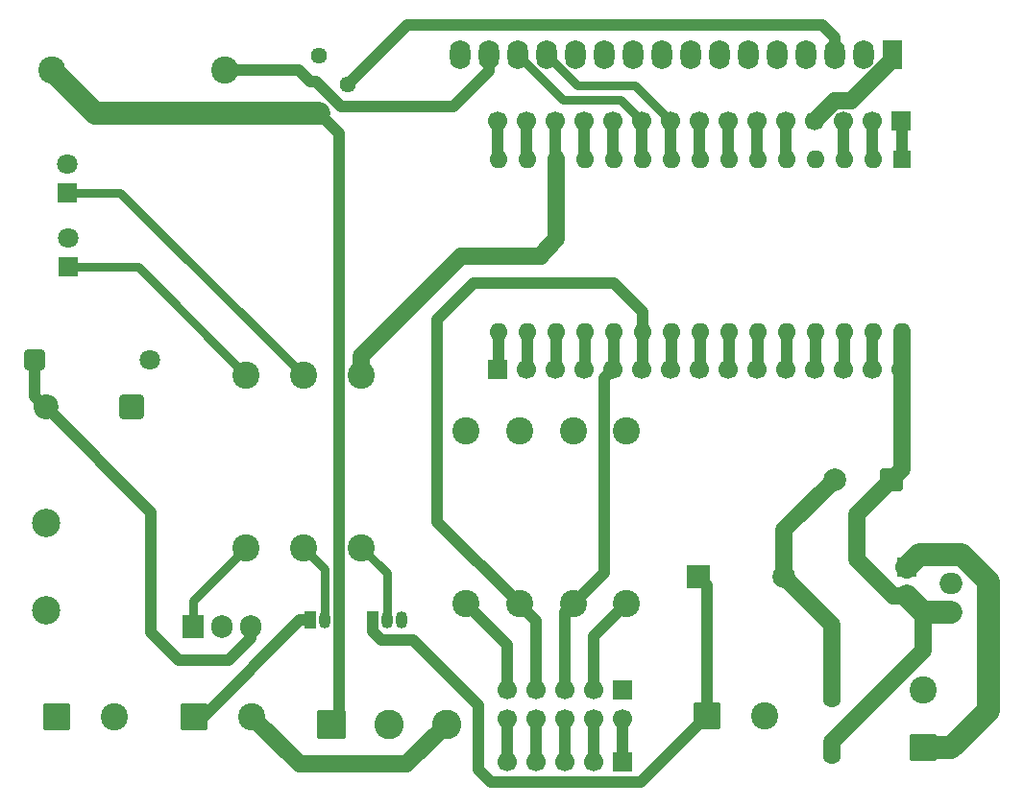
<source format=gbr>
%TF.GenerationSoftware,KiCad,Pcbnew,9.0.5*%
%TF.CreationDate,2025-11-29T23:19:37+05:30*%
%TF.ProjectId,from scrach,66726f6d-2073-4637-9261-63682e6b6963,rev?*%
%TF.SameCoordinates,Original*%
%TF.FileFunction,Copper,L1,Top*%
%TF.FilePolarity,Positive*%
%FSLAX46Y46*%
G04 Gerber Fmt 4.6, Leading zero omitted, Abs format (unit mm)*
G04 Created by KiCad (PCBNEW 9.0.5) date 2025-11-29 23:19:37*
%MOMM*%
%LPD*%
G01*
G04 APERTURE LIST*
G04 Aperture macros list*
%AMRoundRect*
0 Rectangle with rounded corners*
0 $1 Rounding radius*
0 $2 $3 $4 $5 $6 $7 $8 $9 X,Y pos of 4 corners*
0 Add a 4 corners polygon primitive as box body*
4,1,4,$2,$3,$4,$5,$6,$7,$8,$9,$2,$3,0*
0 Add four circle primitives for the rounded corners*
1,1,$1+$1,$2,$3*
1,1,$1+$1,$4,$5*
1,1,$1+$1,$6,$7*
1,1,$1+$1,$8,$9*
0 Add four rect primitives between the rounded corners*
20,1,$1+$1,$2,$3,$4,$5,0*
20,1,$1+$1,$4,$5,$6,$7,0*
20,1,$1+$1,$6,$7,$8,$9,0*
20,1,$1+$1,$8,$9,$2,$3,0*%
G04 Aperture macros list end*
%TA.AperFunction,ComponentPad*%
%ADD10R,1.700000X1.700000*%
%TD*%
%TA.AperFunction,ComponentPad*%
%ADD11C,1.700000*%
%TD*%
%TA.AperFunction,ComponentPad*%
%ADD12R,1.800000X1.800000*%
%TD*%
%TA.AperFunction,ComponentPad*%
%ADD13C,1.800000*%
%TD*%
%TA.AperFunction,ComponentPad*%
%ADD14C,2.400000*%
%TD*%
%TA.AperFunction,ComponentPad*%
%ADD15RoundRect,0.250001X-0.949999X-0.949999X0.949999X-0.949999X0.949999X0.949999X-0.949999X0.949999X0*%
%TD*%
%TA.AperFunction,ComponentPad*%
%ADD16R,2.000000X2.000000*%
%TD*%
%TA.AperFunction,ComponentPad*%
%ADD17C,2.000000*%
%TD*%
%TA.AperFunction,ComponentPad*%
%ADD18RoundRect,0.341000X-0.759000X0.759000X-0.759000X-0.759000X0.759000X-0.759000X0.759000X0.759000X0*%
%TD*%
%TA.AperFunction,ComponentPad*%
%ADD19C,2.500000*%
%TD*%
%TA.AperFunction,ComponentPad*%
%ADD20C,2.200000*%
%TD*%
%TA.AperFunction,ComponentPad*%
%ADD21RoundRect,0.250001X0.949999X-0.949999X0.949999X0.949999X-0.949999X0.949999X-0.949999X-0.949999X0*%
%TD*%
%TA.AperFunction,ComponentPad*%
%ADD22R,1.600000X1.600000*%
%TD*%
%TA.AperFunction,ComponentPad*%
%ADD23O,1.600000X1.600000*%
%TD*%
%TA.AperFunction,ComponentPad*%
%ADD24RoundRect,0.250000X-1.050000X-1.050000X1.050000X-1.050000X1.050000X1.050000X-1.050000X1.050000X0*%
%TD*%
%TA.AperFunction,ComponentPad*%
%ADD25C,2.600000*%
%TD*%
%TA.AperFunction,ComponentPad*%
%ADD26RoundRect,0.250000X-0.650000X-0.650000X0.650000X-0.650000X0.650000X0.650000X-0.650000X0.650000X0*%
%TD*%
%TA.AperFunction,ComponentPad*%
%ADD27R,1.050000X1.500000*%
%TD*%
%TA.AperFunction,ComponentPad*%
%ADD28O,1.050000X1.500000*%
%TD*%
%TA.AperFunction,ComponentPad*%
%ADD29R,2.000000X1.905000*%
%TD*%
%TA.AperFunction,ComponentPad*%
%ADD30O,2.000000X1.905000*%
%TD*%
%TA.AperFunction,ComponentPad*%
%ADD31C,1.600000*%
%TD*%
%TA.AperFunction,ComponentPad*%
%ADD32C,1.440000*%
%TD*%
%TA.AperFunction,ComponentPad*%
%ADD33RoundRect,0.250000X0.750000X0.750000X-0.750000X0.750000X-0.750000X-0.750000X0.750000X-0.750000X0*%
%TD*%
%TA.AperFunction,ComponentPad*%
%ADD34R,1.905000X2.000000*%
%TD*%
%TA.AperFunction,ComponentPad*%
%ADD35O,1.905000X2.000000*%
%TD*%
%TA.AperFunction,ComponentPad*%
%ADD36R,1.800000X2.600000*%
%TD*%
%TA.AperFunction,ComponentPad*%
%ADD37O,1.800000X2.600000*%
%TD*%
%TA.AperFunction,Conductor*%
%ADD38C,1.000000*%
%TD*%
%TA.AperFunction,Conductor*%
%ADD39C,1.500000*%
%TD*%
%TA.AperFunction,Conductor*%
%ADD40C,0.750000*%
%TD*%
%TA.AperFunction,Conductor*%
%ADD41C,2.000000*%
%TD*%
%TA.AperFunction,Conductor*%
%ADD42C,0.500000*%
%TD*%
G04 APERTURE END LIST*
D10*
%TO.P,J9,1,Pin_1*%
%TO.N,1*%
X123377688Y-90952848D03*
D11*
%TO.P,J9,2,Pin_2*%
%TO.N,2*%
X120837688Y-90952848D03*
%TO.P,J9,3,Pin_3*%
%TO.N,3*%
X118297688Y-90952848D03*
%TO.P,J9,4,Pin_4*%
%TO.N,GND*%
X115757688Y-90952848D03*
%TO.P,J9,5,Pin_5*%
%TO.N,RS*%
X113217688Y-90952848D03*
%TO.P,J9,6,Pin_6*%
%TO.N,EN*%
X110677688Y-90952848D03*
%TO.P,J9,7,Pin_7*%
%TO.N,D4*%
X108137688Y-90952848D03*
%TO.P,J9,8,Pin_8*%
%TO.N,D5*%
X105597688Y-90952848D03*
%TO.P,J9,9,Pin_9*%
%TO.N,D6*%
X103057688Y-90952848D03*
%TO.P,J9,10,Pin_10*%
%TO.N,D7*%
X100517688Y-90952848D03*
%TO.P,J9,11,Pin_11*%
%TO.N,D8*%
X97977688Y-90952848D03*
%TO.P,J9,12,Pin_12*%
%TO.N,D9*%
X95437688Y-90952848D03*
%TO.P,J9,13,Pin_13*%
%TO.N,D10*%
X92897688Y-90952848D03*
%TO.P,J9,14,Pin_14*%
%TO.N,D11*%
X90357688Y-90952848D03*
%TO.P,J9,15,Pin_15*%
%TO.N,15*%
X87817688Y-90952848D03*
%TD*%
D12*
%TO.P,D1,1,K*%
%TO.N,Net-(D1-K)*%
X50000000Y-103870000D03*
D13*
%TO.P,D1,2,A*%
%TO.N,D8*%
X50000000Y-101330000D03*
%TD*%
D10*
%TO.P,J6,1,Pin_1*%
%TO.N,Vinput*%
X123900000Y-130325000D03*
D11*
%TO.P,J6,2,Pin_2*%
%TO.N,5V*%
X123900000Y-132865000D03*
%TD*%
D14*
%TO.P,R1,1*%
%TO.N,Net-(DS2-LED(+))*%
X63820000Y-86500000D03*
%TO.P,R1,2*%
%TO.N,5V*%
X48580000Y-86500000D03*
%TD*%
D15*
%TO.P,J3,1,Pin_1*%
%TO.N,Net-(J3-Pin_1)*%
X49000000Y-143500000D03*
D14*
%TO.P,J3,2,Pin_2*%
%TO.N,Net-(J3-Pin_2)*%
X54080000Y-143500000D03*
%TD*%
%TO.P,R8,1*%
%TO.N,3V3*%
X85036431Y-118348634D03*
%TO.P,R8,2*%
%TO.N,A3*%
X85036431Y-133588634D03*
%TD*%
%TO.P,R2,1*%
%TO.N,Net-(D1-K)*%
X65644211Y-113365360D03*
%TO.P,R2,2*%
%TO.N,Net-(Q4-B)*%
X65644211Y-128605360D03*
%TD*%
%TO.P,R6,1*%
%TO.N,3V3*%
X94486431Y-118348634D03*
%TO.P,R6,2*%
%TO.N,A1*%
X94486431Y-133588634D03*
%TD*%
%TO.P,R4,1*%
%TO.N,D10*%
X75821184Y-113369845D03*
%TO.P,R4,2*%
%TO.N,Net-(Q1-B)*%
X75821184Y-128609845D03*
%TD*%
D16*
%TO.P,BZ1,1,+*%
%TO.N,Net-(BZ1-+)*%
X105500000Y-131200000D03*
D17*
%TO.P,BZ1,2,-*%
%TO.N,GND*%
X113100000Y-131200000D03*
%TD*%
D10*
%TO.P,J10,1,Pin_1*%
%TO.N,Net-(J10-Pin_1)*%
X98840000Y-147500000D03*
D11*
%TO.P,J10,2,Pin_2*%
%TO.N,Net-(J10-Pin_2)*%
X96300000Y-147500000D03*
%TO.P,J10,3,Pin_3*%
%TO.N,Net-(J10-Pin_3)*%
X93760000Y-147500000D03*
%TO.P,J10,4,Pin_4*%
%TO.N,Net-(J10-Pin_4)*%
X91220000Y-147500000D03*
%TO.P,J10,5,Pin_5*%
%TO.N,Net-(J10-Pin_5)*%
X88680000Y-147500000D03*
%TD*%
D18*
%TO.P,K1,1*%
%TO.N,GND*%
X55595000Y-116215000D03*
D19*
%TO.P,K1,2*%
%TO.N,Net-(J3-Pin_2)*%
X47995000Y-126415000D03*
%TO.P,K1,3*%
%TO.N,Net-(J3-Pin_1)*%
X47995000Y-134115000D03*
D20*
%TO.P,K1,5*%
%TO.N,Net-(D4-K)*%
X47995000Y-116215000D03*
%TD*%
D21*
%TO.P,J2,1,Pin_1*%
%TO.N,Vinput*%
X125300000Y-146280000D03*
D14*
%TO.P,J2,2,Pin_2*%
%TO.N,GND*%
X125300000Y-141200000D03*
%TD*%
%TO.P,R3,1*%
%TO.N,Net-(D2-K)*%
X70700000Y-113380000D03*
%TO.P,R3,2*%
%TO.N,Net-(Q2-B)*%
X70700000Y-128620000D03*
%TD*%
D22*
%TO.P,A1,1,D1/TX*%
%TO.N,1*%
X123500000Y-94360000D03*
D23*
%TO.P,A1,2,D0/RX*%
%TO.N,2*%
X120960000Y-94360000D03*
%TO.P,A1,3,~{RESET}*%
%TO.N,3*%
X118420000Y-94360000D03*
%TO.P,A1,4,GND*%
%TO.N,GND*%
X115880000Y-94360000D03*
%TO.P,A1,5,D2*%
%TO.N,RS*%
X113340000Y-94360000D03*
%TO.P,A1,6,D3*%
%TO.N,EN*%
X110800000Y-94360000D03*
%TO.P,A1,7,D4*%
%TO.N,D4*%
X108260000Y-94360000D03*
%TO.P,A1,8,D5*%
%TO.N,D5*%
X105720000Y-94360000D03*
%TO.P,A1,9,D6*%
%TO.N,D6*%
X103180000Y-94360000D03*
%TO.P,A1,10,D7*%
%TO.N,D7*%
X100640000Y-94360000D03*
%TO.P,A1,11,D8*%
%TO.N,D8*%
X98100000Y-94360000D03*
%TO.P,A1,12,D9*%
%TO.N,D9*%
X95560000Y-94360000D03*
%TO.P,A1,13,D10*%
%TO.N,D10*%
X93020000Y-94360000D03*
%TO.P,A1,14,D11*%
%TO.N,D11*%
X90480000Y-94360000D03*
%TO.P,A1,15,D12*%
%TO.N,15*%
X87940000Y-94360000D03*
%TO.P,A1,16,D13*%
%TO.N,16*%
X87940000Y-109600000D03*
%TO.P,A1,17,3V3*%
%TO.N,3V3*%
X90480000Y-109600000D03*
%TO.P,A1,18,AREF*%
%TO.N,18*%
X93020000Y-109600000D03*
%TO.P,A1,19,A0*%
%TO.N,A0*%
X95560000Y-109600000D03*
%TO.P,A1,20,A1*%
%TO.N,A1*%
X98100000Y-109600000D03*
%TO.P,A1,21,A2*%
%TO.N,A2*%
X100640000Y-109600000D03*
%TO.P,A1,22,A3*%
%TO.N,A3*%
X103180000Y-109600000D03*
%TO.P,A1,23,A4*%
%TO.N,A4*%
X105720000Y-109600000D03*
%TO.P,A1,24,A5*%
%TO.N,A5*%
X108260000Y-109600000D03*
%TO.P,A1,25,A6*%
%TO.N,A6*%
X110800000Y-109600000D03*
%TO.P,A1,26,A7*%
%TO.N,A7*%
X113340000Y-109600000D03*
%TO.P,A1,27,+5V*%
%TO.N,+5Vo*%
X115880000Y-109600000D03*
%TO.P,A1,28,~{RESET}*%
%TO.N,28*%
X118420000Y-109600000D03*
%TO.P,A1,29,GND*%
%TO.N,GND*%
X120960000Y-109600000D03*
%TO.P,A1,30,VIN*%
%TO.N,5V*%
X123500000Y-109600000D03*
%TD*%
D15*
%TO.P,J5,1,Pin_1*%
%TO.N,Net-(BZ1-+)*%
X106260000Y-143442500D03*
D14*
%TO.P,J5,2,Pin_2*%
%TO.N,GND*%
X111340000Y-143442500D03*
%TD*%
%TO.P,R5,1*%
%TO.N,3V3*%
X99136431Y-118328634D03*
%TO.P,R5,2*%
%TO.N,A0*%
X99136431Y-133568634D03*
%TD*%
D10*
%TO.P,J7,1,Pin_1*%
%TO.N,16*%
X87834526Y-112898151D03*
D11*
%TO.P,J7,2,Pin_2*%
%TO.N,3V3*%
X90374526Y-112898151D03*
%TO.P,J7,3,Pin_3*%
%TO.N,18*%
X92914526Y-112898151D03*
%TO.P,J7,4,Pin_4*%
%TO.N,A0*%
X95454526Y-112898151D03*
%TO.P,J7,5,Pin_5*%
%TO.N,A1*%
X97994526Y-112898151D03*
%TO.P,J7,6,Pin_6*%
%TO.N,A2*%
X100534526Y-112898151D03*
%TO.P,J7,7,Pin_7*%
%TO.N,A3*%
X103074526Y-112898151D03*
%TO.P,J7,8,Pin_8*%
%TO.N,A4*%
X105614526Y-112898151D03*
%TO.P,J7,9,Pin_9*%
%TO.N,A5*%
X108154526Y-112898151D03*
%TO.P,J7,10,Pin_10*%
%TO.N,A6*%
X110694526Y-112898151D03*
%TO.P,J7,11,Pin_11*%
%TO.N,A7*%
X113234526Y-112898151D03*
%TO.P,J7,12,Pin_12*%
%TO.N,+5Vo*%
X115774526Y-112898151D03*
%TO.P,J7,13,Pin_13*%
%TO.N,28*%
X118314526Y-112898151D03*
%TO.P,J7,14,Pin_14*%
%TO.N,GND*%
X120854526Y-112898151D03*
%TO.P,J7,15,Pin_15*%
%TO.N,5V*%
X123394526Y-112898151D03*
%TD*%
D14*
%TO.P,R7,1*%
%TO.N,3V3*%
X89736431Y-118348634D03*
%TO.P,R7,2*%
%TO.N,A2*%
X89736431Y-133588634D03*
%TD*%
D24*
%TO.P,J1,1,Pin_1*%
%TO.N,5V*%
X73140000Y-144200000D03*
D25*
%TO.P,J1,2,Pin_2*%
%TO.N,D11*%
X78220000Y-144200000D03*
%TO.P,J1,3,Pin_3*%
%TO.N,GND*%
X83300000Y-144200000D03*
%TD*%
D12*
%TO.P,D2,1,K*%
%TO.N,Net-(D2-K)*%
X49900000Y-97270000D03*
D13*
%TO.P,D2,2,A*%
%TO.N,D9*%
X49900000Y-94730000D03*
%TD*%
D26*
%TO.P,D4,1,K*%
%TO.N,Net-(D4-K)*%
X47020000Y-112000000D03*
D13*
%TO.P,D4,2,A*%
%TO.N,GND*%
X57180000Y-112000000D03*
%TD*%
D10*
%TO.P,J8,1,Pin_1*%
%TO.N,GND*%
X98808460Y-141197884D03*
D11*
%TO.P,J8,2,Pin_2*%
%TO.N,Net-(J10-Pin_1)*%
X98808460Y-143737884D03*
%TO.P,J8,3,Pin_3*%
%TO.N,A0*%
X96268460Y-141197884D03*
%TO.P,J8,4,Pin_4*%
%TO.N,Net-(J10-Pin_2)*%
X96268460Y-143737884D03*
%TO.P,J8,5,Pin_5*%
%TO.N,A1*%
X93728460Y-141197884D03*
%TO.P,J8,6,Pin_6*%
%TO.N,Net-(J10-Pin_3)*%
X93728460Y-143737884D03*
%TO.P,J8,7,Pin_7*%
%TO.N,A2*%
X91188460Y-141197884D03*
%TO.P,J8,8,Pin_8*%
%TO.N,Net-(J10-Pin_4)*%
X91188460Y-143737884D03*
%TO.P,J8,9,Pin_9*%
%TO.N,A3*%
X88648460Y-141197884D03*
%TO.P,J8,10,Pin_10*%
%TO.N,Net-(J10-Pin_5)*%
X88648460Y-143737884D03*
%TD*%
D27*
%TO.P,Q2,1,E*%
%TO.N,Net-(J4-Pin_1)*%
X71304211Y-134985360D03*
D28*
%TO.P,Q2,2,B*%
%TO.N,Net-(Q2-B)*%
X72574211Y-134985360D03*
%TO.P,Q2,3,C*%
%TO.N,5V*%
X73844211Y-134985360D03*
%TD*%
D29*
%TO.P,U1,1,VI*%
%TO.N,Vinput*%
X127757500Y-129240000D03*
D30*
%TO.P,U1,2,GND*%
%TO.N,GND*%
X127757500Y-131780000D03*
%TO.P,U1,3,VO*%
%TO.N,5V*%
X127757500Y-134320000D03*
%TD*%
D15*
%TO.P,J4,1,Pin_1*%
%TO.N,Net-(J4-Pin_1)*%
X61100000Y-143500000D03*
D14*
%TO.P,J4,2,Pin_2*%
%TO.N,GND*%
X66180000Y-143500000D03*
%TD*%
D31*
%TO.P,C5,1*%
%TO.N,5V*%
X117300000Y-146900000D03*
%TO.P,C5,2*%
%TO.N,GND*%
X117300000Y-141900000D03*
%TD*%
D32*
%TO.P,RV1,1,1*%
%TO.N,5V*%
X72100000Y-90300000D03*
%TO.P,RV1,2,2*%
%TO.N,Net-(DS2-VO)*%
X74640000Y-87760000D03*
%TO.P,RV1,3,3*%
%TO.N,GND*%
X72100000Y-85220000D03*
%TD*%
D33*
%TO.P,C4,1*%
%TO.N,5V*%
X122567677Y-122600000D03*
D17*
%TO.P,C4,2*%
%TO.N,GND*%
X117567677Y-122600000D03*
%TD*%
D34*
%TO.P,Q4,1,B*%
%TO.N,Net-(Q4-B)*%
X60960000Y-135550000D03*
D35*
%TO.P,Q4,2,C*%
%TO.N,5V*%
X63500000Y-135550000D03*
%TO.P,Q4,3,E*%
%TO.N,Net-(D4-K)*%
X66040000Y-135550000D03*
%TD*%
D27*
%TO.P,Q1,1,E*%
%TO.N,Net-(BZ1-+)*%
X76804211Y-134985360D03*
D28*
%TO.P,Q1,2,B*%
%TO.N,Net-(Q1-B)*%
X78074211Y-134985360D03*
%TO.P,Q1,3,C*%
%TO.N,5V*%
X79344211Y-134985360D03*
%TD*%
D36*
%TO.P,DS2,1,VSS*%
%TO.N,GND*%
X122620000Y-85080000D03*
D37*
%TO.P,DS2,2,VDD*%
%TO.N,5V*%
X120080000Y-85080000D03*
%TO.P,DS2,3,VO*%
%TO.N,Net-(DS2-VO)*%
X117540000Y-85080000D03*
%TO.P,DS2,4,RS*%
%TO.N,RS*%
X115000000Y-85080000D03*
%TO.P,DS2,5,R/W*%
%TO.N,GND*%
X112460000Y-85080000D03*
%TO.P,DS2,6,E*%
%TO.N,EN*%
X109920000Y-85080000D03*
%TO.P,DS2,7,D0*%
%TO.N,unconnected-(DS2-D0-Pad7)*%
X107380000Y-85080000D03*
%TO.P,DS2,8,D1*%
%TO.N,unconnected-(DS2-D1-Pad8)*%
X104840000Y-85080000D03*
%TO.P,DS2,9,D2*%
%TO.N,unconnected-(DS2-D2-Pad9)*%
X102300000Y-85080000D03*
%TO.P,DS2,10,D3*%
%TO.N,unconnected-(DS2-D3-Pad10)*%
X99760000Y-85080000D03*
%TO.P,DS2,11,D4*%
%TO.N,D4*%
X97220000Y-85080000D03*
%TO.P,DS2,12,D5*%
%TO.N,D5*%
X94680000Y-85080000D03*
%TO.P,DS2,13,D6*%
%TO.N,D6*%
X92140000Y-85080000D03*
%TO.P,DS2,14,D7*%
%TO.N,D7*%
X89600000Y-85080000D03*
%TO.P,DS2,15,LED(+)*%
%TO.N,Net-(DS2-LED(+))*%
X87060000Y-85080000D03*
%TO.P,DS2,16,LED(-)*%
%TO.N,GND*%
X84520000Y-85080000D03*
%TD*%
D38*
%TO.N,D9*%
X95437688Y-94237688D02*
X95560000Y-94360000D01*
X95437688Y-90952848D02*
X95437688Y-94237688D01*
D39*
%TO.N,GND*%
X122620000Y-85557709D02*
X119025861Y-89151848D01*
X117300000Y-141900000D02*
X117300000Y-135400000D01*
X70380000Y-147700000D02*
X66180000Y-143500000D01*
X83300000Y-144200000D02*
X79800000Y-147700000D01*
X113100000Y-131200000D02*
X113100000Y-127067677D01*
X117551689Y-89151848D02*
X115757688Y-90945849D01*
D38*
X120960000Y-112792677D02*
X120854526Y-112898151D01*
D39*
X79800000Y-147700000D02*
X70380000Y-147700000D01*
X113100000Y-127067677D02*
X117567677Y-122600000D01*
X117300000Y-135400000D02*
X113100000Y-131200000D01*
X115757688Y-90945849D02*
X115757688Y-90952848D01*
X122620000Y-85080000D02*
X122620000Y-85557709D01*
X119025861Y-89151848D02*
X117551689Y-89151848D01*
D38*
X120854526Y-112898151D02*
X120854526Y-109705474D01*
X115757688Y-94237688D02*
X115880000Y-94360000D01*
X120854526Y-109705474D02*
X120960000Y-109600000D01*
%TO.N,A4*%
X105720000Y-109600000D02*
X105720000Y-112792677D01*
X105720000Y-112792677D02*
X105614526Y-112898151D01*
%TO.N,A6*%
X110800000Y-109600000D02*
X110800000Y-112792677D01*
X110800000Y-112792677D02*
X110694526Y-112898151D01*
%TO.N,A3*%
X88648460Y-137200663D02*
X85036431Y-133588634D01*
X88648460Y-141197884D02*
X88648460Y-137200663D01*
X103180000Y-109600000D02*
X103180000Y-112792677D01*
X103180000Y-112792677D02*
X103074526Y-112898151D01*
%TO.N,2*%
X120837688Y-90952848D02*
X120837688Y-94237688D01*
X120837688Y-94237688D02*
X120960000Y-94360000D01*
%TO.N,28*%
X118420000Y-109600000D02*
X118420000Y-112792677D01*
X118420000Y-112792677D02*
X118314526Y-112898151D01*
D40*
%TO.N,D6*%
X99904840Y-87800000D02*
X103057688Y-90952848D01*
X94860000Y-87800000D02*
X99904840Y-87800000D01*
D38*
X103057688Y-94237688D02*
X103180000Y-94360000D01*
X103057688Y-90952848D02*
X103057688Y-94237688D01*
D40*
X92140000Y-85080000D02*
X94860000Y-87800000D01*
%TO.N,D7*%
X98664840Y-89100000D02*
X100517688Y-90952848D01*
X93620000Y-89100000D02*
X98664840Y-89100000D01*
X89600000Y-85080000D02*
X93620000Y-89100000D01*
D38*
X100517688Y-94237688D02*
X100640000Y-94360000D01*
X100517688Y-90952848D02*
X100517688Y-94237688D01*
D39*
%TO.N,3V3*%
X99116431Y-118348634D02*
X99136431Y-118328634D01*
D38*
X90480000Y-112792677D02*
X90374526Y-112898151D01*
X90480000Y-109600000D02*
X90480000Y-112792677D01*
%TO.N,D5*%
X105597688Y-90952848D02*
X105597688Y-94237688D01*
X105597688Y-94237688D02*
X105720000Y-94360000D01*
%TO.N,D8*%
X97977688Y-90952848D02*
X97977688Y-94237688D01*
X97977688Y-94237688D02*
X98100000Y-94360000D01*
%TO.N,A0*%
X95560000Y-109600000D02*
X95560000Y-112792677D01*
X96268460Y-136436605D02*
X99136431Y-133568634D01*
X95560000Y-112792677D02*
X95454526Y-112898151D01*
X96268460Y-141197884D02*
X96268460Y-136436605D01*
%TO.N,D11*%
X90357688Y-94237688D02*
X90480000Y-94360000D01*
X90357688Y-90952848D02*
X90357688Y-94237688D01*
%TO.N,RS*%
X113217688Y-90952848D02*
X113217688Y-94237688D01*
X113217688Y-94237688D02*
X113340000Y-94360000D01*
%TO.N,A1*%
X93728460Y-141197884D02*
X93728460Y-134346605D01*
X98100000Y-112792677D02*
X97994526Y-112898151D01*
X98100000Y-109600000D02*
X98100000Y-112792677D01*
X97235431Y-130839634D02*
X97235431Y-113657246D01*
X97235431Y-113657246D02*
X97994526Y-112898151D01*
X93728460Y-134346605D02*
X94486431Y-133588634D01*
X94486431Y-133588634D02*
X97235431Y-130839634D01*
%TO.N,A2*%
X100640000Y-109600000D02*
X100640000Y-112792677D01*
X82500000Y-126352203D02*
X82500000Y-108500000D01*
X98100000Y-105300000D02*
X100640000Y-107840000D01*
X91188460Y-141197884D02*
X91188460Y-135040663D01*
X85700000Y-105300000D02*
X98100000Y-105300000D01*
X89736431Y-133588634D02*
X82500000Y-126352203D01*
X91188460Y-135040663D02*
X89736431Y-133588634D01*
X100640000Y-107840000D02*
X100640000Y-109600000D01*
X100640000Y-112792677D02*
X100534526Y-112898151D01*
X82500000Y-108500000D02*
X85700000Y-105300000D01*
%TO.N,A7*%
X113340000Y-112792677D02*
X113234526Y-112898151D01*
X113340000Y-109600000D02*
X113340000Y-112792677D01*
%TO.N,D4*%
X108137688Y-90952848D02*
X108137688Y-94237688D01*
X108137688Y-94237688D02*
X108260000Y-94360000D01*
D39*
%TO.N,D10*%
X75821184Y-111672789D02*
X84593973Y-102900000D01*
X93020000Y-101380000D02*
X93020000Y-94360000D01*
X84593973Y-102900000D02*
X91600000Y-102900000D01*
X91600000Y-102800000D02*
X93020000Y-101380000D01*
D38*
X92897688Y-94237688D02*
X93020000Y-94360000D01*
D39*
X75821184Y-113369845D02*
X75821184Y-111672789D01*
X91600000Y-102900000D02*
X91600000Y-102800000D01*
D38*
X92897688Y-90952848D02*
X92897688Y-94237688D01*
%TO.N,A5*%
X108260000Y-112792677D02*
X108154526Y-112898151D01*
X108260000Y-109600000D02*
X108260000Y-112792677D01*
%TO.N,+5Vo*%
X115880000Y-109600000D02*
X115880000Y-112792677D01*
X115880000Y-112792677D02*
X115774526Y-112898151D01*
%TO.N,EN*%
X110677688Y-94237688D02*
X110800000Y-94360000D01*
X110677688Y-90952848D02*
X110677688Y-94237688D01*
%TO.N,5V*%
X73844211Y-143495789D02*
X73140000Y-144200000D01*
X73844211Y-134985360D02*
X73844211Y-143495789D01*
X123500000Y-112792677D02*
X123394526Y-112898151D01*
X123500000Y-109600000D02*
X123500000Y-112792677D01*
D39*
X122697919Y-132865000D02*
X123900000Y-132865000D01*
D41*
X72100000Y-90300000D02*
X52380000Y-90300000D01*
D39*
X122567677Y-122600000D02*
X122567677Y-122632323D01*
X117300000Y-146900000D02*
X117300000Y-145768630D01*
X125355000Y-137713630D02*
X125355000Y-134320000D01*
D41*
X52380000Y-90300000D02*
X48580000Y-86500000D01*
X127757500Y-134320000D02*
X125355000Y-134320000D01*
D39*
X119500000Y-125700000D02*
X119500000Y-129667081D01*
D38*
X73844211Y-134985360D02*
X73844211Y-92044211D01*
D39*
X117300000Y-145768630D02*
X125355000Y-137713630D01*
X122567677Y-122600000D02*
X123500000Y-121667677D01*
D41*
X125355000Y-134320000D02*
X123900000Y-132865000D01*
D39*
X119500000Y-129667081D02*
X122697919Y-132865000D01*
X122567677Y-122632323D02*
X119500000Y-125700000D01*
D38*
X73844211Y-92044211D02*
X72100000Y-90300000D01*
D39*
X123500000Y-121667677D02*
X123500000Y-109600000D01*
D38*
%TO.N,16*%
X87940000Y-109600000D02*
X87940000Y-112792677D01*
X87940000Y-112792677D02*
X87834526Y-112898151D01*
%TO.N,3*%
X118297688Y-94237688D02*
X118420000Y-94360000D01*
X118297688Y-90952848D02*
X118297688Y-94237688D01*
%TO.N,1*%
X123500000Y-94360000D02*
X123500000Y-91075160D01*
X123500000Y-91075160D02*
X123377688Y-90952848D01*
%TO.N,15*%
X87817688Y-94237688D02*
X87940000Y-94360000D01*
X87817688Y-90952848D02*
X87817688Y-94237688D01*
%TO.N,18*%
X93020000Y-109600000D02*
X93020000Y-112792677D01*
X93020000Y-112792677D02*
X92914526Y-112898151D01*
%TO.N,Net-(BZ1-+)*%
X106260000Y-131960000D02*
X105500000Y-131200000D01*
X100402500Y-149300000D02*
X106260000Y-143442500D01*
X76804211Y-134985360D02*
X76804211Y-136000000D01*
X87200000Y-149300000D02*
X86100000Y-148200000D01*
X106260000Y-143442500D02*
X106260000Y-131960000D01*
X80400000Y-136800000D02*
X77604211Y-136800000D01*
X86100000Y-148200000D02*
X86100000Y-142500000D01*
X100402500Y-149300000D02*
X87200000Y-149300000D01*
X77604211Y-136800000D02*
X76804211Y-136000000D01*
X86100000Y-142500000D02*
X80400000Y-136800000D01*
D40*
%TO.N,Net-(D1-K)*%
X56148851Y-103870000D02*
X65644211Y-113365360D01*
X50000000Y-103870000D02*
X56148851Y-103870000D01*
%TO.N,Net-(D2-K)*%
X54590000Y-97270000D02*
X70700000Y-113380000D01*
X49900000Y-97270000D02*
X54590000Y-97270000D01*
D38*
%TO.N,Net-(DS2-VO)*%
X74640000Y-87760000D02*
X79900000Y-82500000D01*
X117540000Y-83580000D02*
X117540000Y-85080000D01*
X116460000Y-82500000D02*
X117540000Y-83580000D01*
X79900000Y-82500000D02*
X116460000Y-82500000D01*
%TO.N,Net-(DS2-LED(+))*%
X87060000Y-86580000D02*
X83928598Y-89711402D01*
X87060000Y-85080000D02*
X87060000Y-86580000D01*
X70309598Y-86500000D02*
X63820000Y-86500000D01*
X83928598Y-89711402D02*
X74011402Y-89711402D01*
X74011402Y-89711402D02*
X71800000Y-87500000D01*
X71309598Y-87500000D02*
X70309598Y-86500000D01*
X71800000Y-87500000D02*
X71309598Y-87500000D01*
D41*
%TO.N,Vinput*%
X131099000Y-143001000D02*
X131099000Y-131600000D01*
X123900000Y-130325000D02*
X124985000Y-129240000D01*
X124985000Y-129240000D02*
X127757500Y-129240000D01*
X125300000Y-146280000D02*
X127820000Y-146280000D01*
X127820000Y-146280000D02*
X131099000Y-143001000D01*
X128739000Y-129240000D02*
X127757500Y-129240000D01*
X131099000Y-131600000D02*
X128739000Y-129240000D01*
D42*
%TO.N,Net-(J4-Pin_1)*%
X61100000Y-143500000D02*
X60700000Y-143500000D01*
D38*
X71304211Y-134985360D02*
X70414640Y-134985360D01*
X70414640Y-134985360D02*
X61900000Y-143500000D01*
D40*
%TO.N,Net-(Q1-B)*%
X78074211Y-130862872D02*
X78074211Y-134985360D01*
X75821184Y-128609845D02*
X78074211Y-130862872D01*
%TO.N,Net-(Q2-B)*%
X70700000Y-128620000D02*
X72574211Y-130494211D01*
X72574211Y-130494211D02*
X72574211Y-134985360D01*
X70644211Y-128675789D02*
X70700000Y-128620000D01*
D38*
%TO.N,Net-(D4-K)*%
X47020000Y-115240000D02*
X47995000Y-116215000D01*
X48015000Y-116215000D02*
X57300000Y-125500000D01*
X47020000Y-112000000D02*
X47020000Y-115240000D01*
X57300000Y-136100000D02*
X59700000Y-138500000D01*
X64100000Y-138500000D02*
X66040000Y-136560000D01*
X59700000Y-138500000D02*
X64100000Y-138500000D01*
X66040000Y-136560000D02*
X66040000Y-135550000D01*
X47995000Y-116215000D02*
X48015000Y-116215000D01*
X57300000Y-125500000D02*
X57300000Y-136100000D01*
%TO.N,Net-(J10-Pin_5)*%
X88648460Y-147537884D02*
X88648460Y-143737884D01*
%TO.N,Net-(J10-Pin_3)*%
X93728460Y-147537884D02*
X93728460Y-143737884D01*
%TO.N,Net-(J10-Pin_2)*%
X96268460Y-147537884D02*
X96268460Y-143737884D01*
%TO.N,Net-(J10-Pin_1)*%
X98808460Y-143737884D02*
X98808460Y-147537884D01*
%TO.N,Net-(J10-Pin_4)*%
X91188460Y-147537884D02*
X91188460Y-143737884D01*
D40*
%TO.N,Net-(Q4-B)*%
X60960000Y-133289571D02*
X60960000Y-135550000D01*
X65644211Y-128605360D02*
X60960000Y-133289571D01*
%TD*%
M02*

</source>
